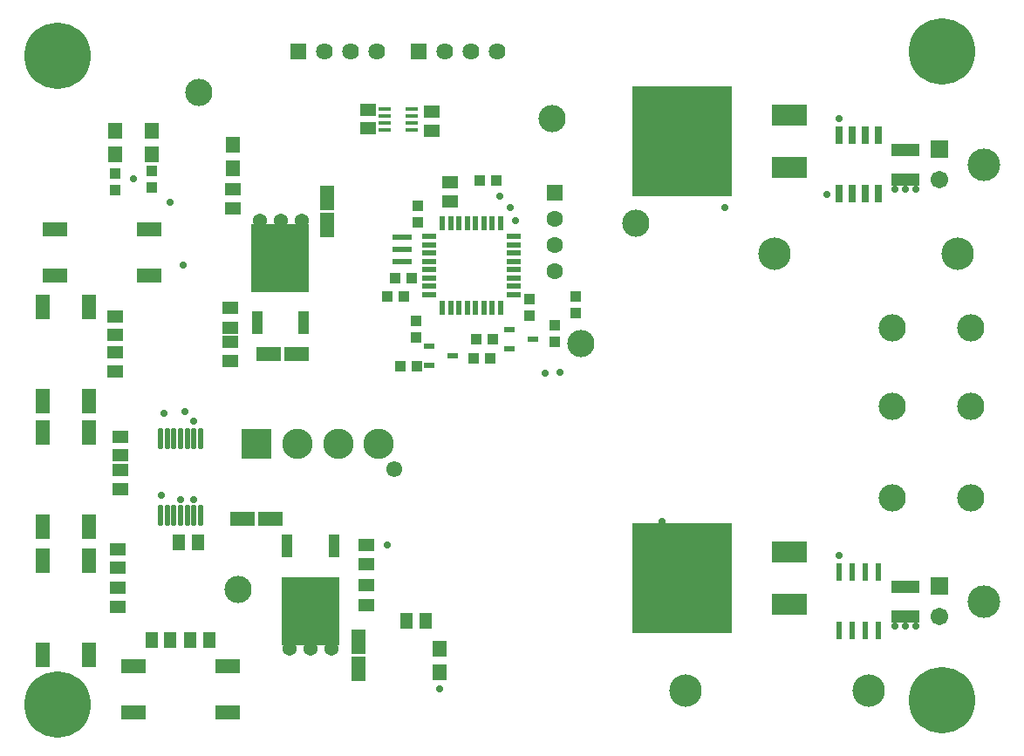
<source format=gts>
G04*
G04 #@! TF.GenerationSoftware,Altium Limited,Altium Designer,21.3.1 (25)*
G04*
G04 Layer_Color=8388736*
%FSLAX25Y25*%
%MOIN*%
G70*
G04*
G04 #@! TF.SameCoordinates,86926C0A-6BB2-4832-AFE7-C0EB4A5C3721*
G04*
G04*
G04 #@! TF.FilePolarity,Negative*
G04*
G01*
G75*
%ADD23R,0.05518X0.09400*%
%ADD24R,0.05912X0.04534*%
%ADD25R,0.09400X0.05518*%
%ADD26R,0.04928X0.06109*%
%ADD27R,0.04534X0.05912*%
%ADD28R,0.06109X0.04928*%
G04:AMPARAMS|DCode=29|XSize=17mil|YSize=76.84mil|CornerRadius=3.43mil|HoleSize=0mil|Usage=FLASHONLY|Rotation=0.000|XOffset=0mil|YOffset=0mil|HoleType=Round|Shape=RoundedRectangle|*
%AMROUNDEDRECTD29*
21,1,0.01700,0.06998,0,0,0.0*
21,1,0.01014,0.07684,0,0,0.0*
1,1,0.00686,0.00507,-0.03499*
1,1,0.00686,-0.00507,-0.03499*
1,1,0.00686,-0.00507,0.03499*
1,1,0.00686,0.00507,0.03499*
%
%ADD29ROUNDEDRECTD29*%
%ADD30R,0.38400X0.42400*%
%ADD31R,0.13400X0.08400*%
%ADD32R,0.02200X0.06550*%
%ADD33R,0.02600X0.06950*%
%ADD34R,0.04140X0.08668*%
%ADD35R,0.22054X0.25991*%
%ADD36R,0.05800X0.02000*%
%ADD37R,0.02000X0.05800*%
%ADD38R,0.04000X0.02200*%
%ADD39R,0.04731X0.01755*%
%ADD40R,0.05400X0.06400*%
%ADD41R,0.09200X0.05715*%
%ADD42R,0.05715X0.09200*%
%ADD43R,0.04337X0.03943*%
%ADD44R,0.03943X0.04337*%
%ADD45R,0.11030X0.05124*%
%ADD46R,0.07600X0.02000*%
%ADD47R,0.11600X0.11600*%
%ADD48C,0.11600*%
%ADD49C,0.06112*%
%ADD50R,0.06400X0.06400*%
%ADD51C,0.06400*%
%ADD52R,0.06719X0.06719*%
%ADD53C,0.06719*%
%ADD54C,0.12408*%
%ADD55C,0.12400*%
%ADD56C,0.10400*%
%ADD57C,0.25400*%
%ADD58C,0.06306*%
%ADD59R,0.06306X0.06306*%
%ADD60C,0.02800*%
%ADD61C,0.05400*%
D23*
X10142Y35000D02*
D03*
Y71000D02*
D03*
X27858Y35000D02*
D03*
Y71000D02*
D03*
Y120000D02*
D03*
Y84000D02*
D03*
X10142Y120000D02*
D03*
Y84000D02*
D03*
Y132000D02*
D03*
Y168000D02*
D03*
X27858Y132000D02*
D03*
Y168000D02*
D03*
D24*
X39000Y53260D02*
D03*
Y60740D02*
D03*
X38000Y143260D02*
D03*
Y150740D02*
D03*
X40000Y98260D02*
D03*
Y105740D02*
D03*
X82000Y147260D02*
D03*
Y154740D02*
D03*
X82130Y160165D02*
D03*
Y167646D02*
D03*
X83000Y205760D02*
D03*
Y213240D02*
D03*
X134130Y69665D02*
D03*
Y77146D02*
D03*
Y61646D02*
D03*
Y54165D02*
D03*
X159130Y235425D02*
D03*
Y242905D02*
D03*
X166130Y208405D02*
D03*
Y215886D02*
D03*
D25*
X45000Y30858D02*
D03*
X81000D02*
D03*
X45000Y13142D02*
D03*
X81000D02*
D03*
X15000Y197858D02*
D03*
X51000D02*
D03*
X15000Y180142D02*
D03*
X51000D02*
D03*
D26*
X51857Y40800D02*
D03*
X58943D02*
D03*
X62457Y78000D02*
D03*
X69543D02*
D03*
D27*
X74140Y40800D02*
D03*
X66660D02*
D03*
X156740Y48000D02*
D03*
X149260D02*
D03*
D28*
X39000Y75543D02*
D03*
Y68457D02*
D03*
X40000Y118543D02*
D03*
Y111457D02*
D03*
X38000Y164543D02*
D03*
Y157457D02*
D03*
X134630Y236319D02*
D03*
Y243406D02*
D03*
D29*
X70677Y117665D02*
D03*
X68118D02*
D03*
X65559D02*
D03*
X63000D02*
D03*
X60441D02*
D03*
X57882D02*
D03*
X55323D02*
D03*
X70677Y88335D02*
D03*
X68118D02*
D03*
X65559D02*
D03*
X63000D02*
D03*
X60441D02*
D03*
X57882D02*
D03*
X55323D02*
D03*
D30*
X254630Y64406D02*
D03*
Y231405D02*
D03*
D31*
X295630Y54405D02*
D03*
Y74405D02*
D03*
Y221406D02*
D03*
Y241406D02*
D03*
D32*
X329500Y44375D02*
D03*
X324500D02*
D03*
X319500D02*
D03*
X314500D02*
D03*
Y66625D02*
D03*
X319500D02*
D03*
X324500D02*
D03*
X329500D02*
D03*
D33*
X329500Y233625D02*
D03*
X324500D02*
D03*
X319500D02*
D03*
X314500D02*
D03*
Y211375D02*
D03*
X319500D02*
D03*
X324500D02*
D03*
X329500D02*
D03*
D34*
X103654Y76638D02*
D03*
X121606D02*
D03*
X110106Y162102D02*
D03*
X92154D02*
D03*
D35*
X112630Y51835D02*
D03*
X101130Y186906D02*
D03*
D36*
X157930Y182331D02*
D03*
Y194929D02*
D03*
Y191779D02*
D03*
Y188630D02*
D03*
Y185480D02*
D03*
Y179181D02*
D03*
Y176031D02*
D03*
Y172882D02*
D03*
X190330D02*
D03*
Y176031D02*
D03*
Y179181D02*
D03*
Y182331D02*
D03*
Y185480D02*
D03*
Y188630D02*
D03*
Y191779D02*
D03*
Y194929D02*
D03*
D37*
X163106Y167706D02*
D03*
X166256D02*
D03*
X169405D02*
D03*
X172555D02*
D03*
X175705D02*
D03*
X178854D02*
D03*
X182004D02*
D03*
X185153D02*
D03*
Y200106D02*
D03*
X182004D02*
D03*
X178854D02*
D03*
X175705D02*
D03*
X172555D02*
D03*
X169405D02*
D03*
X166256D02*
D03*
X163106D02*
D03*
D38*
X188630Y159546D02*
D03*
Y152065D02*
D03*
X197630Y155806D02*
D03*
X158000Y153240D02*
D03*
Y145760D02*
D03*
X167000Y149500D02*
D03*
D39*
X151366Y235906D02*
D03*
Y238465D02*
D03*
Y241024D02*
D03*
Y243583D02*
D03*
X141130Y235906D02*
D03*
Y238465D02*
D03*
Y241024D02*
D03*
Y243583D02*
D03*
D40*
X162000Y37500D02*
D03*
Y28500D02*
D03*
X83000Y230000D02*
D03*
Y221000D02*
D03*
X52000Y235500D02*
D03*
Y226500D02*
D03*
X38000D02*
D03*
Y235500D02*
D03*
D41*
X96784Y150000D02*
D03*
X107217D02*
D03*
X86783Y87000D02*
D03*
X97216D02*
D03*
D42*
X119000Y199284D02*
D03*
Y209717D02*
D03*
X131000Y40216D02*
D03*
Y29783D02*
D03*
D43*
X52000Y220150D02*
D03*
Y213850D02*
D03*
X38000Y219150D02*
D03*
Y212850D02*
D03*
X153500Y200350D02*
D03*
Y206650D02*
D03*
X196300Y171050D02*
D03*
Y164750D02*
D03*
X214130Y172105D02*
D03*
Y165805D02*
D03*
X206130Y161105D02*
D03*
Y154806D02*
D03*
X153000Y162650D02*
D03*
Y156350D02*
D03*
D44*
X148150Y172000D02*
D03*
X141850D02*
D03*
X144850Y179100D02*
D03*
X151150D02*
D03*
X183650Y216500D02*
D03*
X177350D02*
D03*
X175980Y155905D02*
D03*
X182280D02*
D03*
X153150Y145500D02*
D03*
X146850D02*
D03*
X174850Y148500D02*
D03*
X181150D02*
D03*
D45*
X340000Y216791D02*
D03*
Y228209D02*
D03*
Y49791D02*
D03*
Y61209D02*
D03*
D46*
X147500Y194724D02*
D03*
Y190000D02*
D03*
Y185276D02*
D03*
D47*
X92010Y115800D02*
D03*
D48*
X107600D02*
D03*
X123191D02*
D03*
X138781D02*
D03*
D49*
X144687Y105957D02*
D03*
D50*
X108130Y265905D02*
D03*
X154130D02*
D03*
D51*
X118130D02*
D03*
X128130D02*
D03*
X138130D02*
D03*
X164130D02*
D03*
X174130D02*
D03*
X184130D02*
D03*
D52*
X352992Y228405D02*
D03*
Y61405D02*
D03*
D53*
Y216595D02*
D03*
Y49595D02*
D03*
D54*
X370000Y222500D02*
D03*
Y55500D02*
D03*
D55*
X326000Y21500D02*
D03*
X256000D02*
D03*
X290130Y188406D02*
D03*
X360130D02*
D03*
D56*
X237000Y200000D02*
D03*
X216000Y154000D02*
D03*
X205000Y240000D02*
D03*
X85000Y60000D02*
D03*
X70000Y250000D02*
D03*
X335000Y130000D02*
D03*
Y160000D02*
D03*
Y95000D02*
D03*
X365000Y130000D02*
D03*
Y95000D02*
D03*
Y160000D02*
D03*
D57*
X16000Y16000D02*
D03*
Y264000D02*
D03*
X354130Y17906D02*
D03*
Y265905D02*
D03*
D58*
X206130Y181905D02*
D03*
Y191905D02*
D03*
Y201905D02*
D03*
D59*
Y211906D02*
D03*
D60*
X161875Y22199D02*
D03*
X189000Y206000D02*
D03*
X191000Y201000D02*
D03*
X185094Y210367D02*
D03*
X310000Y211000D02*
D03*
X271000Y206000D02*
D03*
X45000Y217000D02*
D03*
X68000Y94500D02*
D03*
X63000D02*
D03*
X247000Y86000D02*
D03*
X202203Y142774D02*
D03*
X314500Y73000D02*
D03*
X208000Y143000D02*
D03*
X64500Y128000D02*
D03*
X56500Y127500D02*
D03*
X344000Y46000D02*
D03*
X340000D02*
D03*
X336000D02*
D03*
X142000Y77000D02*
D03*
X59000Y208000D02*
D03*
X55500Y96000D02*
D03*
X68000Y124500D02*
D03*
X64000Y184000D02*
D03*
X314500Y240000D02*
D03*
X336000Y213000D02*
D03*
X340000D02*
D03*
X344000D02*
D03*
D61*
X109260Y201240D02*
D03*
X93260D02*
D03*
X101260D02*
D03*
X112500Y37500D02*
D03*
X120500D02*
D03*
X104500D02*
D03*
M02*

</source>
